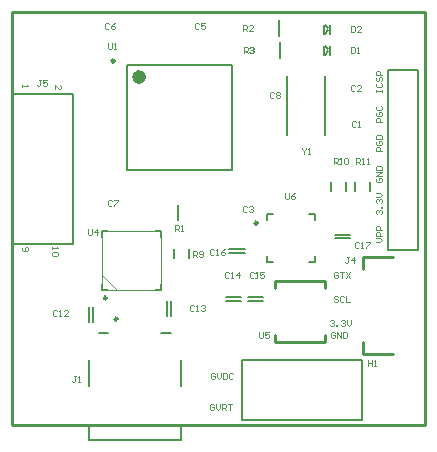
<source format=gto>
G04 Layer_Color=65535*
%FSLAX24Y24*%
%MOIN*%
G70*
G01*
G75*
%ADD36C,0.0100*%
%ADD38C,0.0080*%
%ADD42C,0.0000*%
%ADD73C,0.0098*%
%ADD74C,0.0236*%
%ADD75C,0.0079*%
%ADD76C,0.0060*%
%ADD77C,0.0050*%
%ADD78C,0.0040*%
D36*
X41240Y28252D02*
X42224D01*
X41240Y27858D02*
Y28252D01*
Y25024D02*
X42224D01*
X41240D02*
Y25417D01*
X38301Y27461D02*
X39954D01*
X38301Y25414D02*
X39954D01*
X38301D02*
Y25650D01*
X39954Y25414D02*
Y25650D01*
X38301Y27225D02*
Y27461D01*
X39954Y27225D02*
Y27461D01*
X29528Y36417D02*
X43307D01*
Y22638D02*
Y36417D01*
X29528Y22638D02*
Y36417D01*
Y22638D02*
X43307D01*
D38*
X40118Y35688D02*
Y35988D01*
X39948Y35688D02*
X40078Y35808D01*
X39948Y35988D02*
X40078Y35868D01*
X39938Y35688D02*
Y35988D01*
X40118Y34988D02*
Y35288D01*
X39948Y34988D02*
X40078Y35108D01*
X39948Y35288D02*
X40078Y35168D01*
X39938Y34988D02*
Y35288D01*
D42*
X32543Y27133D02*
X34513D01*
X32543D02*
Y29103D01*
X34513D01*
Y27133D02*
Y29103D01*
X32877D02*
X32997D01*
X32877D02*
X32997D01*
X33074D02*
X33194D01*
X33074D02*
X33194D01*
X33271D02*
X33391D01*
X33271D02*
X33391D01*
X33468D02*
X33588D01*
X33468D02*
X33588D01*
X33664D02*
X33784D01*
X33664D02*
X33784D01*
X33861D02*
X33981D01*
X33861D02*
X33981D01*
X34058D02*
X34178D01*
X34058D02*
X34178D01*
X34513Y28648D02*
Y28768D01*
Y28648D02*
Y28768D01*
Y28451D02*
Y28572D01*
Y28451D02*
Y28572D01*
Y28255D02*
Y28375D01*
Y28255D02*
Y28375D01*
Y28058D02*
Y28178D01*
Y28058D02*
Y28178D01*
Y27861D02*
Y27981D01*
Y27861D02*
Y27981D01*
Y27664D02*
Y27784D01*
Y27664D02*
Y27784D01*
Y27467D02*
Y27587D01*
Y27467D02*
Y27587D01*
X34058Y27133D02*
X34178D01*
X34058D02*
X34178D01*
X33861D02*
X33981D01*
X33861D02*
X33981D01*
X33664D02*
X33784D01*
X33664D02*
X33784D01*
X33468D02*
X33588D01*
X33468D02*
X33588D01*
X33271D02*
X33391D01*
X33271D02*
X33391D01*
X33074D02*
X33194D01*
X33074D02*
X33194D01*
X32877D02*
X32997D01*
X32877D02*
X32997D01*
X32543Y27467D02*
Y27587D01*
Y27467D02*
Y27587D01*
Y27664D02*
Y27784D01*
Y27664D02*
Y27784D01*
Y27861D02*
Y27981D01*
Y27861D02*
Y27981D01*
Y28058D02*
Y28178D01*
Y28058D02*
Y28178D01*
Y28255D02*
Y28375D01*
Y28255D02*
Y28375D01*
Y28451D02*
Y28572D01*
Y28451D02*
Y28572D01*
Y28648D02*
Y28768D01*
Y28648D02*
Y28768D01*
Y27633D02*
X33043Y27133D01*
D73*
X33047Y26181D02*
G03*
X33047Y26181I-49J0D01*
G01*
X37715Y29380D02*
G03*
X37715Y29380I-49J0D01*
G01*
X32691Y26878D02*
G03*
X32691Y26878I-49J0D01*
G01*
X32952Y34787D02*
G03*
X32952Y34787I-49J0D01*
G01*
D74*
X33887Y34246D02*
G03*
X33887Y34246I-118J0D01*
G01*
D75*
X32427Y25728D02*
X32742D01*
X34513D02*
X34828D01*
X32092Y22145D02*
Y22657D01*
Y23956D02*
Y24822D01*
X35163Y23956D02*
Y24822D01*
Y22145D02*
Y22657D01*
X32092Y22145D02*
X35163D01*
X43058Y28478D02*
Y34478D01*
X42058Y28478D02*
Y34478D01*
Y28478D02*
X43058D01*
X42058Y34478D02*
X43058D01*
X29578Y28688D02*
X31578D01*
X29578Y33688D02*
X31578D01*
Y28688D02*
Y33688D01*
X29578Y28688D02*
Y33688D01*
X38020Y29488D02*
Y29695D01*
X38227D01*
X39428D02*
X39635D01*
Y29488D02*
Y29695D01*
Y28081D02*
Y28287D01*
X39428Y28081D02*
X39635D01*
X38020D02*
X38227D01*
X38020D02*
Y28287D01*
X38438Y35622D02*
Y36134D01*
X38448Y34892D02*
Y35404D01*
X33376Y31136D02*
X36880D01*
X33376Y34640D02*
X36880D01*
Y31136D02*
Y34640D01*
X33376Y31136D02*
Y34640D01*
X35078Y29482D02*
Y29994D01*
X41198Y22828D02*
Y24828D01*
X37198Y22828D02*
Y24828D01*
X41198D01*
X37198Y22828D02*
X41198D01*
D76*
X34309Y27133D02*
X34513D01*
X32543D02*
X32746D01*
X32543Y28899D02*
Y29103D01*
X34309D02*
X34513D01*
Y27133D02*
Y27336D01*
X32543Y27133D02*
Y27336D01*
X34513Y28899D02*
Y29103D01*
X32543D02*
X32746D01*
D77*
X34699Y26281D02*
Y26794D01*
X34816Y26281D02*
Y26794D01*
X32099Y26081D02*
Y26594D01*
X32216Y26081D02*
Y26594D01*
X36661Y26779D02*
X37174D01*
X36661Y26897D02*
X37174D01*
X37391Y26779D02*
X37904D01*
X37391Y26897D02*
X37904D01*
X36771Y28497D02*
X37284D01*
X36771Y28379D02*
X37284D01*
X34928Y28208D02*
Y28508D01*
X35428Y28208D02*
Y28508D01*
X38708Y32304D02*
Y34272D01*
X39967Y32304D02*
Y34272D01*
X40281Y28987D02*
X40794D01*
X40281Y28869D02*
X40794D01*
X40678Y30458D02*
Y30758D01*
X40178Y30458D02*
Y30758D01*
X41448Y30458D02*
Y30758D01*
X40948Y30458D02*
Y30758D01*
D78*
X41011Y32754D02*
X40978Y32788D01*
X40911D01*
X40878Y32754D01*
Y32621D01*
X40911Y32588D01*
X40978D01*
X41011Y32621D01*
X41077Y32588D02*
X41144D01*
X41111D01*
Y32788D01*
X41077Y32754D01*
X40961Y33934D02*
X40928Y33968D01*
X40861D01*
X40828Y33934D01*
Y33801D01*
X40861Y33768D01*
X40928D01*
X40961Y33801D01*
X41161Y33768D02*
X41027D01*
X41161Y33901D01*
Y33934D01*
X41127Y33968D01*
X41061D01*
X41027Y33934D01*
X37361Y29904D02*
X37328Y29938D01*
X37261D01*
X37228Y29904D01*
Y29771D01*
X37261Y29738D01*
X37328D01*
X37361Y29771D01*
X37427Y29904D02*
X37461Y29938D01*
X37527D01*
X37561Y29904D01*
Y29871D01*
X37527Y29838D01*
X37494D01*
X37527D01*
X37561Y29804D01*
Y29771D01*
X37527Y29738D01*
X37461D01*
X37427Y29771D01*
X35761Y36004D02*
X35728Y36038D01*
X35661D01*
X35628Y36004D01*
Y35871D01*
X35661Y35838D01*
X35728D01*
X35761Y35871D01*
X35961Y36038D02*
X35827D01*
Y35938D01*
X35894Y35971D01*
X35927D01*
X35961Y35938D01*
Y35871D01*
X35927Y35838D01*
X35861D01*
X35827Y35871D01*
X32761Y36004D02*
X32728Y36038D01*
X32661D01*
X32628Y36004D01*
Y35871D01*
X32661Y35838D01*
X32728D01*
X32761Y35871D01*
X32961Y36038D02*
X32894Y36004D01*
X32827Y35938D01*
Y35871D01*
X32861Y35838D01*
X32927D01*
X32961Y35871D01*
Y35904D01*
X32927Y35938D01*
X32827D01*
X32851Y30124D02*
X32818Y30158D01*
X32751D01*
X32718Y30124D01*
Y29991D01*
X32751Y29958D01*
X32818D01*
X32851Y29991D01*
X32917Y30158D02*
X33051D01*
Y30124D01*
X32917Y29991D01*
Y29958D01*
X38261Y33704D02*
X38228Y33738D01*
X38161D01*
X38128Y33704D01*
Y33571D01*
X38161Y33538D01*
X38228D01*
X38261Y33571D01*
X38327Y33704D02*
X38361Y33738D01*
X38427D01*
X38461Y33704D01*
Y33671D01*
X38427Y33638D01*
X38461Y33604D01*
Y33571D01*
X38427Y33538D01*
X38361D01*
X38327Y33571D01*
Y33604D01*
X38361Y33638D01*
X38327Y33671D01*
Y33704D01*
X38361Y33638D02*
X38427D01*
X31028Y26444D02*
X30995Y26477D01*
X30928D01*
X30895Y26444D01*
Y26311D01*
X30928Y26278D01*
X30995D01*
X31028Y26311D01*
X31095Y26278D02*
X31162D01*
X31128D01*
Y26477D01*
X31095Y26444D01*
X31395Y26278D02*
X31262D01*
X31395Y26411D01*
Y26444D01*
X31362Y26477D01*
X31295D01*
X31262Y26444D01*
X35591Y26604D02*
X35558Y26638D01*
X35491D01*
X35458Y26604D01*
Y26471D01*
X35491Y26438D01*
X35558D01*
X35591Y26471D01*
X35657Y26438D02*
X35724D01*
X35691D01*
Y26638D01*
X35657Y26604D01*
X35824D02*
X35857Y26638D01*
X35924D01*
X35957Y26604D01*
Y26571D01*
X35924Y26538D01*
X35891D01*
X35924D01*
X35957Y26504D01*
Y26471D01*
X35924Y26438D01*
X35857D01*
X35824Y26471D01*
X36751Y27704D02*
X36718Y27738D01*
X36651D01*
X36618Y27704D01*
Y27571D01*
X36651Y27538D01*
X36718D01*
X36751Y27571D01*
X36817Y27538D02*
X36884D01*
X36851D01*
Y27738D01*
X36817Y27704D01*
X37084Y27538D02*
Y27738D01*
X36984Y27638D01*
X37117D01*
X37581Y27704D02*
X37548Y27738D01*
X37481D01*
X37448Y27704D01*
Y27571D01*
X37481Y27538D01*
X37548D01*
X37581Y27571D01*
X37647Y27538D02*
X37714D01*
X37681D01*
Y27738D01*
X37647Y27704D01*
X37947Y27738D02*
X37814D01*
Y27638D01*
X37881Y27671D01*
X37914D01*
X37947Y27638D01*
Y27571D01*
X37914Y27538D01*
X37847D01*
X37814Y27571D01*
X36251Y28494D02*
X36218Y28528D01*
X36151D01*
X36118Y28494D01*
Y28361D01*
X36151Y28328D01*
X36218D01*
X36251Y28361D01*
X36317Y28328D02*
X36384D01*
X36351D01*
Y28528D01*
X36317Y28494D01*
X36617Y28528D02*
X36551Y28494D01*
X36484Y28428D01*
Y28361D01*
X36517Y28328D01*
X36584D01*
X36617Y28361D01*
Y28394D01*
X36584Y28428D01*
X36484D01*
X41111Y28704D02*
X41078Y28738D01*
X41011D01*
X40978Y28704D01*
Y28571D01*
X41011Y28538D01*
X41078D01*
X41111Y28571D01*
X41177Y28538D02*
X41244D01*
X41211D01*
Y28738D01*
X41177Y28704D01*
X41344Y28738D02*
X41477D01*
Y28704D01*
X41344Y28571D01*
Y28538D01*
X40828Y35238D02*
Y35038D01*
X40928D01*
X40961Y35071D01*
Y35204D01*
X40928Y35238D01*
X40828D01*
X41027Y35038D02*
X41094D01*
X41061D01*
Y35238D01*
X41027Y35204D01*
X40828Y35938D02*
Y35738D01*
X40928D01*
X40961Y35771D01*
Y35904D01*
X40928Y35938D01*
X40828D01*
X41161Y35738D02*
X41027D01*
X41161Y35871D01*
Y35904D01*
X41127Y35938D01*
X41061D01*
X41027Y35904D01*
X41678Y33738D02*
Y33804D01*
Y33771D01*
X41878D01*
Y33738D01*
Y33804D01*
X41711Y34038D02*
X41678Y34004D01*
Y33938D01*
X41711Y33904D01*
X41844D01*
X41878Y33938D01*
Y34004D01*
X41844Y34038D01*
X41711Y34238D02*
X41678Y34204D01*
Y34138D01*
X41711Y34104D01*
X41744D01*
X41778Y34138D01*
Y34204D01*
X41811Y34238D01*
X41844D01*
X41878Y34204D01*
Y34138D01*
X41844Y34104D01*
X41878Y34304D02*
X41678D01*
Y34404D01*
X41711Y34438D01*
X41778D01*
X41811Y34404D01*
Y34304D01*
X40761Y28238D02*
X40694D01*
X40728D01*
Y28071D01*
X40694Y28038D01*
X40661D01*
X40628Y28071D01*
X40927Y28038D02*
Y28238D01*
X40827Y28138D01*
X40961D01*
X30511Y34138D02*
X30444D01*
X30478D01*
Y33971D01*
X30444Y33938D01*
X30411D01*
X30378Y33971D01*
X30711Y34138D02*
X30577D01*
Y34038D01*
X30644Y34071D01*
X30677D01*
X30711Y34038D01*
Y33971D01*
X30677Y33938D01*
X30611D01*
X30577Y33971D01*
X34968Y29098D02*
Y29298D01*
X35068D01*
X35101Y29264D01*
Y29198D01*
X35068Y29164D01*
X34968D01*
X35034D02*
X35101Y29098D01*
X35167D02*
X35234D01*
X35201D01*
Y29298D01*
X35167Y29264D01*
X37238Y35778D02*
Y35978D01*
X37338D01*
X37371Y35944D01*
Y35878D01*
X37338Y35844D01*
X37238D01*
X37304D02*
X37371Y35778D01*
X37571D02*
X37437D01*
X37571Y35911D01*
Y35944D01*
X37537Y35978D01*
X37471D01*
X37437Y35944D01*
X37248Y35048D02*
Y35248D01*
X37348D01*
X37381Y35214D01*
Y35148D01*
X37348Y35114D01*
X37248D01*
X37314D02*
X37381Y35048D01*
X37447Y35214D02*
X37481Y35248D01*
X37547D01*
X37581Y35214D01*
Y35181D01*
X37547Y35148D01*
X37514D01*
X37547D01*
X37581Y35114D01*
Y35081D01*
X37547Y35048D01*
X37481D01*
X37447Y35081D01*
X32728Y35388D02*
Y35221D01*
X32761Y35188D01*
X32828D01*
X32861Y35221D01*
Y35388D01*
X32927Y35188D02*
X32994D01*
X32961D01*
Y35388D01*
X32927Y35354D01*
X32078Y29168D02*
Y29001D01*
X32111Y28968D01*
X32178D01*
X32211Y29001D01*
Y29168D01*
X32377Y28968D02*
Y29168D01*
X32277Y29068D01*
X32411D01*
X37778Y25738D02*
Y25571D01*
X37811Y25538D01*
X37878D01*
X37911Y25571D01*
Y25738D01*
X38111D02*
X37977D01*
Y25638D01*
X38044Y25671D01*
X38077D01*
X38111Y25638D01*
Y25571D01*
X38077Y25538D01*
X38011D01*
X37977Y25571D01*
X38628Y30388D02*
Y30221D01*
X38661Y30188D01*
X38728D01*
X38761Y30221D01*
Y30388D01*
X38961D02*
X38894Y30354D01*
X38827Y30288D01*
Y30221D01*
X38861Y30188D01*
X38927D01*
X38961Y30221D01*
Y30254D01*
X38927Y30288D01*
X38827D01*
X39188Y31888D02*
Y31854D01*
X39254Y31788D01*
X39321Y31854D01*
Y31888D01*
X39254Y31788D02*
Y31688D01*
X39387D02*
X39454D01*
X39421D01*
Y31888D01*
X39387Y31854D01*
X41398Y24828D02*
Y24628D01*
Y24728D01*
X41531D01*
Y24828D01*
Y24628D01*
X41597D02*
X41664D01*
X41631D01*
Y24828D01*
X41597Y24794D01*
X31661Y24288D02*
X31594D01*
X31628D01*
Y24121D01*
X31594Y24088D01*
X31561D01*
X31528Y24121D01*
X31727Y24088D02*
X31794D01*
X31761D01*
Y24288D01*
X31727Y24254D01*
X35578Y28248D02*
Y28448D01*
X35678D01*
X35711Y28414D01*
Y28348D01*
X35678Y28314D01*
X35578D01*
X35644D02*
X35711Y28248D01*
X35777Y28281D02*
X35811Y28248D01*
X35877D01*
X35911Y28281D01*
Y28414D01*
X35877Y28448D01*
X35811D01*
X35777Y28414D01*
Y28381D01*
X35811Y28348D01*
X35911D01*
X40248Y31358D02*
Y31558D01*
X40348D01*
X40381Y31524D01*
Y31458D01*
X40348Y31424D01*
X40248D01*
X40314D02*
X40381Y31358D01*
X40447D02*
X40514D01*
X40481D01*
Y31558D01*
X40447Y31524D01*
X40614D02*
X40647Y31558D01*
X40714D01*
X40747Y31524D01*
Y31391D01*
X40714Y31358D01*
X40647D01*
X40614Y31391D01*
Y31524D01*
X40998Y31348D02*
Y31548D01*
X41098D01*
X41131Y31514D01*
Y31448D01*
X41098Y31414D01*
X40998D01*
X41064D02*
X41131Y31348D01*
X41197D02*
X41264D01*
X41231D01*
Y31548D01*
X41197Y31514D01*
X41364Y31348D02*
X41431D01*
X41397D01*
Y31548D01*
X41364Y31514D01*
X40311Y25704D02*
X40278Y25738D01*
X40211D01*
X40178Y25704D01*
Y25571D01*
X40211Y25538D01*
X40278D01*
X40311Y25571D01*
Y25638D01*
X40244D01*
X40377Y25538D02*
Y25738D01*
X40511Y25538D01*
Y25738D01*
X40577D02*
Y25538D01*
X40677D01*
X40711Y25571D01*
Y25704D01*
X40677Y25738D01*
X40577D01*
X40128Y26104D02*
X40161Y26138D01*
X40228D01*
X40261Y26104D01*
Y26071D01*
X40228Y26038D01*
X40194D01*
X40228D01*
X40261Y26004D01*
Y25971D01*
X40228Y25938D01*
X40161D01*
X40128Y25971D01*
X40327Y25938D02*
Y25971D01*
X40361D01*
Y25938D01*
X40327D01*
X40494Y26104D02*
X40527Y26138D01*
X40594D01*
X40627Y26104D01*
Y26071D01*
X40594Y26038D01*
X40561D01*
X40594D01*
X40627Y26004D01*
Y25971D01*
X40594Y25938D01*
X40527D01*
X40494Y25971D01*
X40694Y26138D02*
Y26004D01*
X40761Y25938D01*
X40827Y26004D01*
Y26138D01*
X40411Y26904D02*
X40378Y26938D01*
X40311D01*
X40278Y26904D01*
Y26871D01*
X40311Y26838D01*
X40378D01*
X40411Y26804D01*
Y26771D01*
X40378Y26738D01*
X40311D01*
X40278Y26771D01*
X40611Y26904D02*
X40577Y26938D01*
X40511D01*
X40477Y26904D01*
Y26771D01*
X40511Y26738D01*
X40577D01*
X40611Y26771D01*
X40677Y26938D02*
Y26738D01*
X40811D01*
X40411Y27704D02*
X40378Y27738D01*
X40311D01*
X40278Y27704D01*
Y27571D01*
X40311Y27538D01*
X40378D01*
X40411Y27571D01*
Y27638D01*
X40344D01*
X40477Y27738D02*
X40611D01*
X40544D01*
Y27538D01*
X40677Y27738D02*
X40811Y27538D01*
Y27738D02*
X40677Y27538D01*
X36261Y23304D02*
X36228Y23338D01*
X36161D01*
X36128Y23304D01*
Y23171D01*
X36161Y23138D01*
X36228D01*
X36261Y23171D01*
Y23238D01*
X36194D01*
X36327Y23338D02*
Y23204D01*
X36394Y23138D01*
X36461Y23204D01*
Y23338D01*
X36527Y23138D02*
Y23338D01*
X36627D01*
X36661Y23304D01*
Y23238D01*
X36627Y23204D01*
X36527D01*
X36594D02*
X36661Y23138D01*
X36727Y23338D02*
X36861D01*
X36794D01*
Y23138D01*
X36311Y24354D02*
X36278Y24388D01*
X36211D01*
X36178Y24354D01*
Y24221D01*
X36211Y24188D01*
X36278D01*
X36311Y24221D01*
Y24288D01*
X36244D01*
X36377Y24388D02*
Y24254D01*
X36444Y24188D01*
X36511Y24254D01*
Y24388D01*
X36577D02*
Y24188D01*
X36677D01*
X36711Y24221D01*
Y24354D01*
X36677Y24388D01*
X36577D01*
X36911Y24354D02*
X36877Y24388D01*
X36811D01*
X36777Y24354D01*
Y24221D01*
X36811Y24188D01*
X36877D01*
X36911Y24221D01*
X41678Y28738D02*
X41811D01*
X41878Y28804D01*
X41811Y28871D01*
X41678D01*
X41878Y28938D02*
X41678D01*
Y29038D01*
X41711Y29071D01*
X41778D01*
X41811Y29038D01*
Y28938D01*
X41878Y29138D02*
X41678D01*
Y29238D01*
X41711Y29271D01*
X41778D01*
X41811Y29238D01*
Y29138D01*
X41711Y29688D02*
X41678Y29721D01*
Y29788D01*
X41711Y29821D01*
X41744D01*
X41778Y29788D01*
Y29754D01*
Y29788D01*
X41811Y29821D01*
X41844D01*
X41878Y29788D01*
Y29721D01*
X41844Y29688D01*
X41878Y29888D02*
X41844D01*
Y29921D01*
X41878D01*
Y29888D01*
X41711Y30054D02*
X41678Y30088D01*
Y30154D01*
X41711Y30188D01*
X41744D01*
X41778Y30154D01*
Y30121D01*
Y30154D01*
X41811Y30188D01*
X41844D01*
X41878Y30154D01*
Y30088D01*
X41844Y30054D01*
X41678Y30254D02*
X41811D01*
X41878Y30321D01*
X41811Y30388D01*
X41678D01*
X41711Y30871D02*
X41678Y30838D01*
Y30771D01*
X41711Y30738D01*
X41844D01*
X41878Y30771D01*
Y30838D01*
X41844Y30871D01*
X41778D01*
Y30804D01*
X41878Y30938D02*
X41678D01*
X41878Y31071D01*
X41678D01*
Y31138D02*
X41878D01*
Y31238D01*
X41844Y31271D01*
X41711D01*
X41678Y31238D01*
Y31138D01*
X41878Y31788D02*
X41678D01*
Y31888D01*
X41711Y31921D01*
X41778D01*
X41811Y31888D01*
Y31788D01*
X41711Y32121D02*
X41678Y32088D01*
Y32021D01*
X41711Y31988D01*
X41844D01*
X41878Y32021D01*
Y32088D01*
X41844Y32121D01*
X41778D01*
Y32054D01*
X41678Y32188D02*
X41878D01*
Y32288D01*
X41844Y32321D01*
X41711D01*
X41678Y32288D01*
Y32188D01*
X41878Y32738D02*
X41678D01*
Y32838D01*
X41711Y32871D01*
X41778D01*
X41811Y32838D01*
Y32738D01*
X41711Y33071D02*
X41678Y33038D01*
Y32971D01*
X41711Y32938D01*
X41844D01*
X41878Y32971D01*
Y33038D01*
X41844Y33071D01*
X41778D01*
Y33004D01*
X41711Y33271D02*
X41678Y33238D01*
Y33171D01*
X41711Y33138D01*
X41844D01*
X41878Y33171D01*
Y33238D01*
X41844Y33271D01*
X30978Y33854D02*
Y33988D01*
X31111Y33854D01*
X31144D01*
X31177Y33888D01*
Y33954D01*
X31144Y33988D01*
X29878D02*
Y33921D01*
Y33954D01*
X30077D01*
X30044Y33988D01*
X29911Y28588D02*
X29878Y28554D01*
Y28488D01*
X29911Y28454D01*
X30044D01*
X30077Y28488D01*
Y28554D01*
X30044Y28588D01*
X30011D01*
X29978Y28554D01*
Y28454D01*
X30878Y28588D02*
Y28521D01*
Y28554D01*
X31077D01*
X31044Y28588D01*
Y28421D02*
X31077Y28388D01*
Y28321D01*
X31044Y28288D01*
X30911D01*
X30878Y28321D01*
Y28388D01*
X30911Y28421D01*
X31044D01*
M02*

</source>
